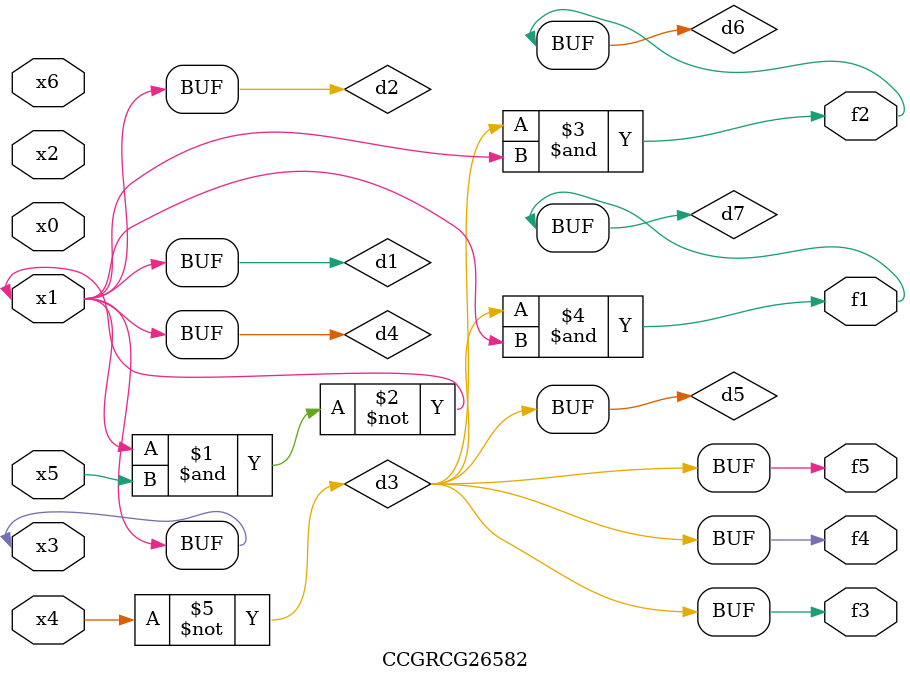
<source format=v>
module CCGRCG26582(
	input x0, x1, x2, x3, x4, x5, x6,
	output f1, f2, f3, f4, f5
);

	wire d1, d2, d3, d4, d5, d6, d7;

	buf (d1, x1, x3);
	nand (d2, x1, x5);
	not (d3, x4);
	buf (d4, d1, d2);
	buf (d5, d3);
	and (d6, d3, d4);
	and (d7, d3, d4);
	assign f1 = d7;
	assign f2 = d6;
	assign f3 = d5;
	assign f4 = d5;
	assign f5 = d5;
endmodule

</source>
